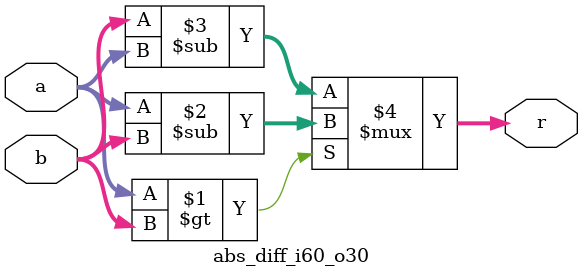
<source format=v>
module abs_diff_i60_o30(a,b,r);
input [29:0] a,b;
output [29:0] r;

assign r = (a>b) ? (a-b) : (b-a);

endmodule

</source>
